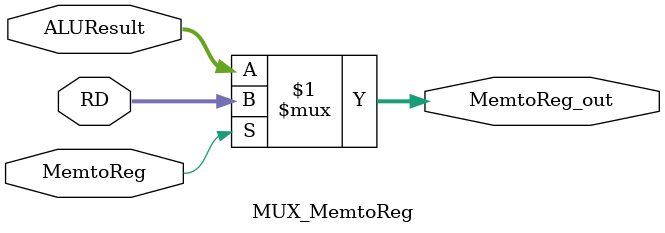
<source format=sv>
module MUX_MemtoReg(
	input logic MemtoReg,
	input logic [31:0] ALUResult,
	input logic [31:0] RD, // from data memory
	output logic [31:0] MemtoReg_out
	);
	assign MemtoReg_out = MemtoReg ? RD : ALUResult;
endmodule
</source>
